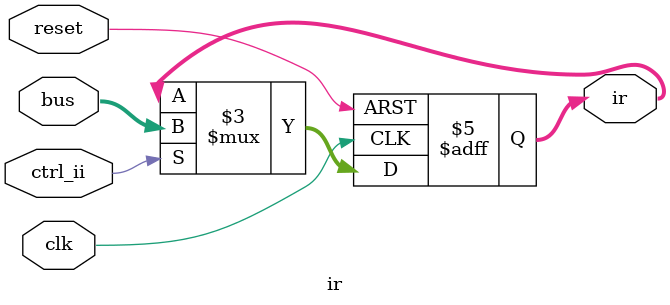
<source format=v>
module ir(
	input clk,
	input reset,
	input ctrl_ii,
	input [7:0] bus,
	output reg[7:0] ir = 0);
	
always @(posedge clk or posedge reset) begin
	if (reset)
		ir <= 0;
	else if (ctrl_ii)
		ir <= bus;
end

endmodule
</source>
